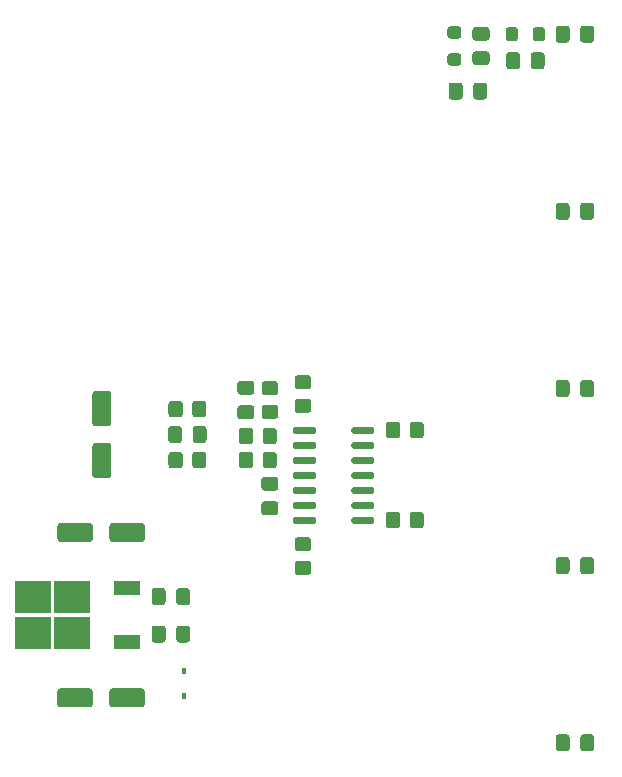
<source format=gtp>
G04 #@! TF.GenerationSoftware,KiCad,Pcbnew,5.1.8-5.1.8*
G04 #@! TF.CreationDate,2020-12-23T15:54:33+01:00*
G04 #@! TF.ProjectId,distribution-amp,64697374-7269-4627-9574-696f6e2d616d,rev?*
G04 #@! TF.SameCoordinates,PX67aef80PY8a2ffa0*
G04 #@! TF.FileFunction,Paste,Top*
G04 #@! TF.FilePolarity,Positive*
%FSLAX46Y46*%
G04 Gerber Fmt 4.6, Leading zero omitted, Abs format (unit mm)*
G04 Created by KiCad (PCBNEW 5.1.8-5.1.8) date 2020-12-23 15:54:33*
%MOMM*%
%LPD*%
G01*
G04 APERTURE LIST*
%ADD10R,0.450000X0.600000*%
%ADD11R,3.050000X2.750000*%
%ADD12R,2.200000X1.200000*%
G04 APERTURE END LIST*
G04 #@! TO.C,L2*
G36*
G01*
X40927900Y78375000D02*
X41628100Y78375000D01*
G75*
G02*
X41878000Y78125100I0J-249900D01*
G01*
X41878000Y77574900D01*
G75*
G02*
X41628100Y77325000I-249900J0D01*
G01*
X40927900Y77325000D01*
G75*
G02*
X40678000Y77574900I0J249900D01*
G01*
X40678000Y78125100D01*
G75*
G02*
X40927900Y78375000I249900J0D01*
G01*
G37*
G36*
G01*
X40927999Y80675000D02*
X41628001Y80675000D01*
G75*
G02*
X41878000Y80425001I0J-249999D01*
G01*
X41878000Y79874999D01*
G75*
G02*
X41628001Y79625000I-249999J0D01*
G01*
X40927999Y79625000D01*
G75*
G02*
X40678000Y79874999I0J249999D01*
G01*
X40678000Y80425001D01*
G75*
G02*
X40927999Y80675000I249999J0D01*
G01*
G37*
G04 #@! TD*
G04 #@! TO.C,L1*
G36*
G01*
X46661000Y80350001D02*
X46661000Y79649999D01*
G75*
G02*
X46411001Y79400000I-249999J0D01*
G01*
X45860999Y79400000D01*
G75*
G02*
X45611000Y79649999I0J249999D01*
G01*
X45611000Y80350001D01*
G75*
G02*
X45860999Y80600000I249999J0D01*
G01*
X46411001Y80600000D01*
G75*
G02*
X46661000Y80350001I0J-249999D01*
G01*
G37*
G36*
G01*
X48961000Y80350001D02*
X48961000Y79649999D01*
G75*
G02*
X48711001Y79400000I-249999J0D01*
G01*
X48160999Y79400000D01*
G75*
G02*
X47911000Y79649999I0J249999D01*
G01*
X47911000Y80350001D01*
G75*
G02*
X48160999Y80600000I249999J0D01*
G01*
X48711001Y80600000D01*
G75*
G02*
X48961000Y80350001I0J-249999D01*
G01*
G37*
G04 #@! TD*
G04 #@! TO.C,C8*
G36*
G01*
X11980000Y46801000D02*
X10880000Y46801000D01*
G75*
G02*
X10630000Y47051000I0J250000D01*
G01*
X10630000Y49551000D01*
G75*
G02*
X10880000Y49801000I250000J0D01*
G01*
X11980000Y49801000D01*
G75*
G02*
X12230000Y49551000I0J-250000D01*
G01*
X12230000Y47051000D01*
G75*
G02*
X11980000Y46801000I-250000J0D01*
G01*
G37*
G36*
G01*
X11980000Y42401000D02*
X10880000Y42401000D01*
G75*
G02*
X10630000Y42651000I0J250000D01*
G01*
X10630000Y45151000D01*
G75*
G02*
X10880000Y45401000I250000J0D01*
G01*
X11980000Y45401000D01*
G75*
G02*
X12230000Y45151000I0J-250000D01*
G01*
X12230000Y42651000D01*
G75*
G02*
X11980000Y42401000I-250000J0D01*
G01*
G37*
G04 #@! TD*
G04 #@! TO.C,C3*
G36*
G01*
X10660000Y38359000D02*
X10660000Y37259000D01*
G75*
G02*
X10410000Y37009000I-250000J0D01*
G01*
X7910000Y37009000D01*
G75*
G02*
X7660000Y37259000I0J250000D01*
G01*
X7660000Y38359000D01*
G75*
G02*
X7910000Y38609000I250000J0D01*
G01*
X10410000Y38609000D01*
G75*
G02*
X10660000Y38359000I0J-250000D01*
G01*
G37*
G36*
G01*
X15060000Y38359000D02*
X15060000Y37259000D01*
G75*
G02*
X14810000Y37009000I-250000J0D01*
G01*
X12310000Y37009000D01*
G75*
G02*
X12060000Y37259000I0J250000D01*
G01*
X12060000Y38359000D01*
G75*
G02*
X12310000Y38609000I250000J0D01*
G01*
X14810000Y38609000D01*
G75*
G02*
X15060000Y38359000I0J-250000D01*
G01*
G37*
G04 #@! TD*
G04 #@! TO.C,C2*
G36*
G01*
X10660000Y24359000D02*
X10660000Y23259000D01*
G75*
G02*
X10410000Y23009000I-250000J0D01*
G01*
X7910000Y23009000D01*
G75*
G02*
X7660000Y23259000I0J250000D01*
G01*
X7660000Y24359000D01*
G75*
G02*
X7910000Y24609000I250000J0D01*
G01*
X10410000Y24609000D01*
G75*
G02*
X10660000Y24359000I0J-250000D01*
G01*
G37*
G36*
G01*
X15060000Y24359000D02*
X15060000Y23259000D01*
G75*
G02*
X14810000Y23009000I-250000J0D01*
G01*
X12310000Y23009000D01*
G75*
G02*
X12060000Y23259000I0J250000D01*
G01*
X12060000Y24359000D01*
G75*
G02*
X12310000Y24609000I250000J0D01*
G01*
X14810000Y24609000D01*
G75*
G02*
X15060000Y24359000I0J-250000D01*
G01*
G37*
G04 #@! TD*
D10*
G04 #@! TO.C,D1*
X18415000Y23969000D03*
X18415000Y26069000D03*
G04 #@! TD*
G04 #@! TO.C,U2*
G36*
G01*
X32552000Y46294000D02*
X32552000Y46594000D01*
G75*
G02*
X32702000Y46744000I150000J0D01*
G01*
X34352000Y46744000D01*
G75*
G02*
X34502000Y46594000I0J-150000D01*
G01*
X34502000Y46294000D01*
G75*
G02*
X34352000Y46144000I-150000J0D01*
G01*
X32702000Y46144000D01*
G75*
G02*
X32552000Y46294000I0J150000D01*
G01*
G37*
G36*
G01*
X32552000Y45024000D02*
X32552000Y45324000D01*
G75*
G02*
X32702000Y45474000I150000J0D01*
G01*
X34352000Y45474000D01*
G75*
G02*
X34502000Y45324000I0J-150000D01*
G01*
X34502000Y45024000D01*
G75*
G02*
X34352000Y44874000I-150000J0D01*
G01*
X32702000Y44874000D01*
G75*
G02*
X32552000Y45024000I0J150000D01*
G01*
G37*
G36*
G01*
X32552000Y43754000D02*
X32552000Y44054000D01*
G75*
G02*
X32702000Y44204000I150000J0D01*
G01*
X34352000Y44204000D01*
G75*
G02*
X34502000Y44054000I0J-150000D01*
G01*
X34502000Y43754000D01*
G75*
G02*
X34352000Y43604000I-150000J0D01*
G01*
X32702000Y43604000D01*
G75*
G02*
X32552000Y43754000I0J150000D01*
G01*
G37*
G36*
G01*
X32552000Y42484000D02*
X32552000Y42784000D01*
G75*
G02*
X32702000Y42934000I150000J0D01*
G01*
X34352000Y42934000D01*
G75*
G02*
X34502000Y42784000I0J-150000D01*
G01*
X34502000Y42484000D01*
G75*
G02*
X34352000Y42334000I-150000J0D01*
G01*
X32702000Y42334000D01*
G75*
G02*
X32552000Y42484000I0J150000D01*
G01*
G37*
G36*
G01*
X32552000Y41214000D02*
X32552000Y41514000D01*
G75*
G02*
X32702000Y41664000I150000J0D01*
G01*
X34352000Y41664000D01*
G75*
G02*
X34502000Y41514000I0J-150000D01*
G01*
X34502000Y41214000D01*
G75*
G02*
X34352000Y41064000I-150000J0D01*
G01*
X32702000Y41064000D01*
G75*
G02*
X32552000Y41214000I0J150000D01*
G01*
G37*
G36*
G01*
X32552000Y39944000D02*
X32552000Y40244000D01*
G75*
G02*
X32702000Y40394000I150000J0D01*
G01*
X34352000Y40394000D01*
G75*
G02*
X34502000Y40244000I0J-150000D01*
G01*
X34502000Y39944000D01*
G75*
G02*
X34352000Y39794000I-150000J0D01*
G01*
X32702000Y39794000D01*
G75*
G02*
X32552000Y39944000I0J150000D01*
G01*
G37*
G36*
G01*
X32552000Y38674000D02*
X32552000Y38974000D01*
G75*
G02*
X32702000Y39124000I150000J0D01*
G01*
X34352000Y39124000D01*
G75*
G02*
X34502000Y38974000I0J-150000D01*
G01*
X34502000Y38674000D01*
G75*
G02*
X34352000Y38524000I-150000J0D01*
G01*
X32702000Y38524000D01*
G75*
G02*
X32552000Y38674000I0J150000D01*
G01*
G37*
G36*
G01*
X27602000Y38674000D02*
X27602000Y38974000D01*
G75*
G02*
X27752000Y39124000I150000J0D01*
G01*
X29402000Y39124000D01*
G75*
G02*
X29552000Y38974000I0J-150000D01*
G01*
X29552000Y38674000D01*
G75*
G02*
X29402000Y38524000I-150000J0D01*
G01*
X27752000Y38524000D01*
G75*
G02*
X27602000Y38674000I0J150000D01*
G01*
G37*
G36*
G01*
X27602000Y39944000D02*
X27602000Y40244000D01*
G75*
G02*
X27752000Y40394000I150000J0D01*
G01*
X29402000Y40394000D01*
G75*
G02*
X29552000Y40244000I0J-150000D01*
G01*
X29552000Y39944000D01*
G75*
G02*
X29402000Y39794000I-150000J0D01*
G01*
X27752000Y39794000D01*
G75*
G02*
X27602000Y39944000I0J150000D01*
G01*
G37*
G36*
G01*
X27602000Y41214000D02*
X27602000Y41514000D01*
G75*
G02*
X27752000Y41664000I150000J0D01*
G01*
X29402000Y41664000D01*
G75*
G02*
X29552000Y41514000I0J-150000D01*
G01*
X29552000Y41214000D01*
G75*
G02*
X29402000Y41064000I-150000J0D01*
G01*
X27752000Y41064000D01*
G75*
G02*
X27602000Y41214000I0J150000D01*
G01*
G37*
G36*
G01*
X27602000Y42484000D02*
X27602000Y42784000D01*
G75*
G02*
X27752000Y42934000I150000J0D01*
G01*
X29402000Y42934000D01*
G75*
G02*
X29552000Y42784000I0J-150000D01*
G01*
X29552000Y42484000D01*
G75*
G02*
X29402000Y42334000I-150000J0D01*
G01*
X27752000Y42334000D01*
G75*
G02*
X27602000Y42484000I0J150000D01*
G01*
G37*
G36*
G01*
X27602000Y43754000D02*
X27602000Y44054000D01*
G75*
G02*
X27752000Y44204000I150000J0D01*
G01*
X29402000Y44204000D01*
G75*
G02*
X29552000Y44054000I0J-150000D01*
G01*
X29552000Y43754000D01*
G75*
G02*
X29402000Y43604000I-150000J0D01*
G01*
X27752000Y43604000D01*
G75*
G02*
X27602000Y43754000I0J150000D01*
G01*
G37*
G36*
G01*
X27602000Y45024000D02*
X27602000Y45324000D01*
G75*
G02*
X27752000Y45474000I150000J0D01*
G01*
X29402000Y45474000D01*
G75*
G02*
X29552000Y45324000I0J-150000D01*
G01*
X29552000Y45024000D01*
G75*
G02*
X29402000Y44874000I-150000J0D01*
G01*
X27752000Y44874000D01*
G75*
G02*
X27602000Y45024000I0J150000D01*
G01*
G37*
G36*
G01*
X27602000Y46294000D02*
X27602000Y46594000D01*
G75*
G02*
X27752000Y46744000I150000J0D01*
G01*
X29402000Y46744000D01*
G75*
G02*
X29552000Y46594000I0J-150000D01*
G01*
X29552000Y46294000D01*
G75*
G02*
X29402000Y46144000I-150000J0D01*
G01*
X27752000Y46144000D01*
G75*
G02*
X27602000Y46294000I0J150000D01*
G01*
G37*
G04 #@! TD*
D11*
G04 #@! TO.C,U1*
X8935000Y32334000D03*
X5585000Y29284000D03*
X8935000Y29284000D03*
X5585000Y32334000D03*
D12*
X13560000Y33089000D03*
X13560000Y28529000D03*
G04 #@! TD*
G04 #@! TO.C,R9*
G36*
G01*
X36684000Y46932001D02*
X36684000Y46031999D01*
G75*
G02*
X36434001Y45782000I-249999J0D01*
G01*
X35733999Y45782000D01*
G75*
G02*
X35484000Y46031999I0J249999D01*
G01*
X35484000Y46932001D01*
G75*
G02*
X35733999Y47182000I249999J0D01*
G01*
X36434001Y47182000D01*
G75*
G02*
X36684000Y46932001I0J-249999D01*
G01*
G37*
G36*
G01*
X38684000Y46932400D02*
X38684000Y46031600D01*
G75*
G02*
X38434400Y45782000I-249600J0D01*
G01*
X37733600Y45782000D01*
G75*
G02*
X37484000Y46031600I0J249600D01*
G01*
X37484000Y46932400D01*
G75*
G02*
X37733600Y47182000I249600J0D01*
G01*
X38434400Y47182000D01*
G75*
G02*
X38684000Y46932400I0J-249600D01*
G01*
G37*
G04 #@! TD*
G04 #@! TO.C,R8*
G36*
G01*
X25038000Y45523999D02*
X25038000Y46424001D01*
G75*
G02*
X25287999Y46674000I249999J0D01*
G01*
X25988001Y46674000D01*
G75*
G02*
X26238000Y46424001I0J-249999D01*
G01*
X26238000Y45523999D01*
G75*
G02*
X25988001Y45274000I-249999J0D01*
G01*
X25287999Y45274000D01*
G75*
G02*
X25038000Y45523999I0J249999D01*
G01*
G37*
G36*
G01*
X23038000Y45523999D02*
X23038000Y46424001D01*
G75*
G02*
X23287999Y46674000I249999J0D01*
G01*
X23988001Y46674000D01*
G75*
G02*
X24238000Y46424001I0J-249999D01*
G01*
X24238000Y45523999D01*
G75*
G02*
X23988001Y45274000I-249999J0D01*
G01*
X23287999Y45274000D01*
G75*
G02*
X23038000Y45523999I0J249999D01*
G01*
G37*
G04 #@! TD*
G04 #@! TO.C,R7*
G36*
G01*
X25203999Y48622000D02*
X26104001Y48622000D01*
G75*
G02*
X26354000Y48372001I0J-249999D01*
G01*
X26354000Y47671999D01*
G75*
G02*
X26104001Y47422000I-249999J0D01*
G01*
X25203999Y47422000D01*
G75*
G02*
X24954000Y47671999I0J249999D01*
G01*
X24954000Y48372001D01*
G75*
G02*
X25203999Y48622000I249999J0D01*
G01*
G37*
G36*
G01*
X25203600Y50622000D02*
X26104400Y50622000D01*
G75*
G02*
X26354000Y50372400I0J-249600D01*
G01*
X26354000Y49671600D01*
G75*
G02*
X26104400Y49422000I-249600J0D01*
G01*
X25203600Y49422000D01*
G75*
G02*
X24954000Y49671600I0J249600D01*
G01*
X24954000Y50372400D01*
G75*
G02*
X25203600Y50622000I249600J0D01*
G01*
G37*
G04 #@! TD*
G04 #@! TO.C,R6*
G36*
G01*
X24238000Y44392001D02*
X24238000Y43491999D01*
G75*
G02*
X23988001Y43242000I-249999J0D01*
G01*
X23287999Y43242000D01*
G75*
G02*
X23038000Y43491999I0J249999D01*
G01*
X23038000Y44392001D01*
G75*
G02*
X23287999Y44642000I249999J0D01*
G01*
X23988001Y44642000D01*
G75*
G02*
X24238000Y44392001I0J-249999D01*
G01*
G37*
G36*
G01*
X26238000Y44392001D02*
X26238000Y43491999D01*
G75*
G02*
X25988001Y43242000I-249999J0D01*
G01*
X25287999Y43242000D01*
G75*
G02*
X25038000Y43491999I0J249999D01*
G01*
X25038000Y44392001D01*
G75*
G02*
X25287999Y44642000I249999J0D01*
G01*
X25988001Y44642000D01*
G75*
G02*
X26238000Y44392001I0J-249999D01*
G01*
G37*
G04 #@! TD*
G04 #@! TO.C,R5*
G36*
G01*
X36684000Y39312001D02*
X36684000Y38411999D01*
G75*
G02*
X36434001Y38162000I-249999J0D01*
G01*
X35733999Y38162000D01*
G75*
G02*
X35484000Y38411999I0J249999D01*
G01*
X35484000Y39312001D01*
G75*
G02*
X35733999Y39562000I249999J0D01*
G01*
X36434001Y39562000D01*
G75*
G02*
X36684000Y39312001I0J-249999D01*
G01*
G37*
G36*
G01*
X38684000Y39312400D02*
X38684000Y38411600D01*
G75*
G02*
X38434400Y38162000I-249600J0D01*
G01*
X37733600Y38162000D01*
G75*
G02*
X37484000Y38411600I0J249600D01*
G01*
X37484000Y39312400D01*
G75*
G02*
X37733600Y39562000I249600J0D01*
G01*
X38434400Y39562000D01*
G75*
G02*
X38684000Y39312400I0J-249600D01*
G01*
G37*
G04 #@! TD*
G04 #@! TO.C,R4*
G36*
G01*
X19069000Y43491999D02*
X19069000Y44392001D01*
G75*
G02*
X19318999Y44642000I249999J0D01*
G01*
X20019001Y44642000D01*
G75*
G02*
X20269000Y44392001I0J-249999D01*
G01*
X20269000Y43491999D01*
G75*
G02*
X20019001Y43242000I-249999J0D01*
G01*
X19318999Y43242000D01*
G75*
G02*
X19069000Y43491999I0J249999D01*
G01*
G37*
G36*
G01*
X17069000Y43491999D02*
X17069000Y44392001D01*
G75*
G02*
X17318999Y44642000I249999J0D01*
G01*
X18019001Y44642000D01*
G75*
G02*
X18269000Y44392001I0J-249999D01*
G01*
X18269000Y43491999D01*
G75*
G02*
X18019001Y43242000I-249999J0D01*
G01*
X17318999Y43242000D01*
G75*
G02*
X17069000Y43491999I0J249999D01*
G01*
G37*
G04 #@! TD*
G04 #@! TO.C,R3*
G36*
G01*
X28898001Y36214000D02*
X27997999Y36214000D01*
G75*
G02*
X27748000Y36463999I0J249999D01*
G01*
X27748000Y37164001D01*
G75*
G02*
X27997999Y37414000I249999J0D01*
G01*
X28898001Y37414000D01*
G75*
G02*
X29148000Y37164001I0J-249999D01*
G01*
X29148000Y36463999D01*
G75*
G02*
X28898001Y36214000I-249999J0D01*
G01*
G37*
G36*
G01*
X28898400Y34214000D02*
X27997600Y34214000D01*
G75*
G02*
X27748000Y34463600I0J249600D01*
G01*
X27748000Y35164400D01*
G75*
G02*
X27997600Y35414000I249600J0D01*
G01*
X28898400Y35414000D01*
G75*
G02*
X29148000Y35164400I0J-249600D01*
G01*
X29148000Y34463600D01*
G75*
G02*
X28898400Y34214000I-249600J0D01*
G01*
G37*
G04 #@! TD*
G04 #@! TO.C,R2*
G36*
G01*
X18269000Y48710001D02*
X18269000Y47809999D01*
G75*
G02*
X18019001Y47560000I-249999J0D01*
G01*
X17318999Y47560000D01*
G75*
G02*
X17069000Y47809999I0J249999D01*
G01*
X17069000Y48710001D01*
G75*
G02*
X17318999Y48960000I249999J0D01*
G01*
X18019001Y48960000D01*
G75*
G02*
X18269000Y48710001I0J-249999D01*
G01*
G37*
G36*
G01*
X20269000Y48710001D02*
X20269000Y47809999D01*
G75*
G02*
X20019001Y47560000I-249999J0D01*
G01*
X19318999Y47560000D01*
G75*
G02*
X19069000Y47809999I0J249999D01*
G01*
X19069000Y48710001D01*
G75*
G02*
X19318999Y48960000I249999J0D01*
G01*
X20019001Y48960000D01*
G75*
G02*
X20269000Y48710001I0J-249999D01*
G01*
G37*
G04 #@! TD*
G04 #@! TO.C,R1*
G36*
G01*
X27997999Y49130000D02*
X28898001Y49130000D01*
G75*
G02*
X29148000Y48880001I0J-249999D01*
G01*
X29148000Y48179999D01*
G75*
G02*
X28898001Y47930000I-249999J0D01*
G01*
X27997999Y47930000D01*
G75*
G02*
X27748000Y48179999I0J249999D01*
G01*
X27748000Y48880001D01*
G75*
G02*
X27997999Y49130000I249999J0D01*
G01*
G37*
G36*
G01*
X27997600Y51130000D02*
X28898400Y51130000D01*
G75*
G02*
X29148000Y50880400I0J-249600D01*
G01*
X29148000Y50179600D01*
G75*
G02*
X28898400Y49930000I-249600J0D01*
G01*
X27997600Y49930000D01*
G75*
G02*
X27748000Y50179600I0J249600D01*
G01*
X27748000Y50880400D01*
G75*
G02*
X27997600Y51130000I249600J0D01*
G01*
G37*
G04 #@! TD*
G04 #@! TO.C,C16*
G36*
G01*
X51030000Y50474725D02*
X51030000Y49525275D01*
G75*
G02*
X50779725Y49275000I-250275J0D01*
G01*
X50105275Y49275000D01*
G75*
G02*
X49855000Y49525275I0J250275D01*
G01*
X49855000Y50474725D01*
G75*
G02*
X50105275Y50725000I250275J0D01*
G01*
X50779725Y50725000D01*
G75*
G02*
X51030000Y50474725I0J-250275D01*
G01*
G37*
G36*
G01*
X53105000Y50474725D02*
X53105000Y49525275D01*
G75*
G02*
X52854725Y49275000I-250275J0D01*
G01*
X52180275Y49275000D01*
G75*
G02*
X51930000Y49525275I0J250275D01*
G01*
X51930000Y50474725D01*
G75*
G02*
X52180275Y50725000I250275J0D01*
G01*
X52854725Y50725000D01*
G75*
G02*
X53105000Y50474725I0J-250275D01*
G01*
G37*
G04 #@! TD*
G04 #@! TO.C,C15*
G36*
G01*
X41968000Y75658725D02*
X41968000Y74709275D01*
G75*
G02*
X41717725Y74459000I-250275J0D01*
G01*
X41043275Y74459000D01*
G75*
G02*
X40793000Y74709275I0J250275D01*
G01*
X40793000Y75658725D01*
G75*
G02*
X41043275Y75909000I250275J0D01*
G01*
X41717725Y75909000D01*
G75*
G02*
X41968000Y75658725I0J-250275D01*
G01*
G37*
G36*
G01*
X44043000Y75659000D02*
X44043000Y74709000D01*
G75*
G02*
X43793000Y74459000I-250000J0D01*
G01*
X43118000Y74459000D01*
G75*
G02*
X42868000Y74709000I0J250000D01*
G01*
X42868000Y75659000D01*
G75*
G02*
X43118000Y75909000I250000J0D01*
G01*
X43793000Y75909000D01*
G75*
G02*
X44043000Y75659000I0J-250000D01*
G01*
G37*
G04 #@! TD*
G04 #@! TO.C,C14*
G36*
G01*
X44003000Y79450000D02*
X43053000Y79450000D01*
G75*
G02*
X42803000Y79700000I0J250000D01*
G01*
X42803000Y80375000D01*
G75*
G02*
X43053000Y80625000I250000J0D01*
G01*
X44003000Y80625000D01*
G75*
G02*
X44253000Y80375000I0J-250000D01*
G01*
X44253000Y79700000D01*
G75*
G02*
X44003000Y79450000I-250000J0D01*
G01*
G37*
G36*
G01*
X44003000Y77375000D02*
X43053000Y77375000D01*
G75*
G02*
X42803000Y77625000I0J250000D01*
G01*
X42803000Y78300000D01*
G75*
G02*
X43053000Y78550000I250000J0D01*
G01*
X44003000Y78550000D01*
G75*
G02*
X44253000Y78300000I0J-250000D01*
G01*
X44253000Y77625000D01*
G75*
G02*
X44003000Y77375000I-250000J0D01*
G01*
G37*
G04 #@! TD*
G04 #@! TO.C,C13*
G36*
G01*
X47736000Y77275000D02*
X47736000Y78225000D01*
G75*
G02*
X47986000Y78475000I250000J0D01*
G01*
X48661000Y78475000D01*
G75*
G02*
X48911000Y78225000I0J-250000D01*
G01*
X48911000Y77275000D01*
G75*
G02*
X48661000Y77025000I-250000J0D01*
G01*
X47986000Y77025000D01*
G75*
G02*
X47736000Y77275000I0J250000D01*
G01*
G37*
G36*
G01*
X45661000Y77275000D02*
X45661000Y78225000D01*
G75*
G02*
X45911000Y78475000I250000J0D01*
G01*
X46586000Y78475000D01*
G75*
G02*
X46836000Y78225000I0J-250000D01*
G01*
X46836000Y77275000D01*
G75*
G02*
X46586000Y77025000I-250000J0D01*
G01*
X45911000Y77025000D01*
G75*
G02*
X45661000Y77275000I0J250000D01*
G01*
G37*
G04 #@! TD*
G04 #@! TO.C,C12*
G36*
G01*
X24096725Y49472000D02*
X23147275Y49472000D01*
G75*
G02*
X22897000Y49722275I0J250275D01*
G01*
X22897000Y50396725D01*
G75*
G02*
X23147275Y50647000I250275J0D01*
G01*
X24096725Y50647000D01*
G75*
G02*
X24347000Y50396725I0J-250275D01*
G01*
X24347000Y49722275D01*
G75*
G02*
X24096725Y49472000I-250275J0D01*
G01*
G37*
G36*
G01*
X24097000Y47397000D02*
X23147000Y47397000D01*
G75*
G02*
X22897000Y47647000I0J250000D01*
G01*
X22897000Y48322000D01*
G75*
G02*
X23147000Y48572000I250000J0D01*
G01*
X24097000Y48572000D01*
G75*
G02*
X24347000Y48322000I0J-250000D01*
G01*
X24347000Y47647000D01*
G75*
G02*
X24097000Y47397000I-250000J0D01*
G01*
G37*
G04 #@! TD*
G04 #@! TO.C,C11*
G36*
G01*
X51930000Y79525275D02*
X51930000Y80474725D01*
G75*
G02*
X52180275Y80725000I250275J0D01*
G01*
X52854725Y80725000D01*
G75*
G02*
X53105000Y80474725I0J-250275D01*
G01*
X53105000Y79525275D01*
G75*
G02*
X52854725Y79275000I-250275J0D01*
G01*
X52180275Y79275000D01*
G75*
G02*
X51930000Y79525275I0J250275D01*
G01*
G37*
G36*
G01*
X49855000Y79525000D02*
X49855000Y80475000D01*
G75*
G02*
X50105000Y80725000I250000J0D01*
G01*
X50780000Y80725000D01*
G75*
G02*
X51030000Y80475000I0J-250000D01*
G01*
X51030000Y79525000D01*
G75*
G02*
X50780000Y79275000I-250000J0D01*
G01*
X50105000Y79275000D01*
G75*
G02*
X49855000Y79525000I0J250000D01*
G01*
G37*
G04 #@! TD*
G04 #@! TO.C,C10*
G36*
G01*
X51030000Y35474725D02*
X51030000Y34525275D01*
G75*
G02*
X50779725Y34275000I-250275J0D01*
G01*
X50105275Y34275000D01*
G75*
G02*
X49855000Y34525275I0J250275D01*
G01*
X49855000Y35474725D01*
G75*
G02*
X50105275Y35725000I250275J0D01*
G01*
X50779725Y35725000D01*
G75*
G02*
X51030000Y35474725I0J-250275D01*
G01*
G37*
G36*
G01*
X53105000Y35474725D02*
X53105000Y34525275D01*
G75*
G02*
X52854725Y34275000I-250275J0D01*
G01*
X52180275Y34275000D01*
G75*
G02*
X51930000Y34525275I0J250275D01*
G01*
X51930000Y35474725D01*
G75*
G02*
X52180275Y35725000I250275J0D01*
G01*
X52854725Y35725000D01*
G75*
G02*
X53105000Y35474725I0J-250275D01*
G01*
G37*
G04 #@! TD*
G04 #@! TO.C,C9*
G36*
G01*
X18219000Y46576000D02*
X18219000Y45626000D01*
G75*
G02*
X17969000Y45376000I-250000J0D01*
G01*
X17294000Y45376000D01*
G75*
G02*
X17044000Y45626000I0J250000D01*
G01*
X17044000Y46576000D01*
G75*
G02*
X17294000Y46826000I250000J0D01*
G01*
X17969000Y46826000D01*
G75*
G02*
X18219000Y46576000I0J-250000D01*
G01*
G37*
G36*
G01*
X20294000Y46576000D02*
X20294000Y45626000D01*
G75*
G02*
X20044000Y45376000I-250000J0D01*
G01*
X19369000Y45376000D01*
G75*
G02*
X19119000Y45626000I0J250000D01*
G01*
X19119000Y46576000D01*
G75*
G02*
X19369000Y46826000I250000J0D01*
G01*
X20044000Y46826000D01*
G75*
G02*
X20294000Y46576000I0J-250000D01*
G01*
G37*
G04 #@! TD*
G04 #@! TO.C,C7*
G36*
G01*
X51030000Y20474725D02*
X51030000Y19525275D01*
G75*
G02*
X50779725Y19275000I-250275J0D01*
G01*
X50105275Y19275000D01*
G75*
G02*
X49855000Y19525275I0J250275D01*
G01*
X49855000Y20474725D01*
G75*
G02*
X50105275Y20725000I250275J0D01*
G01*
X50779725Y20725000D01*
G75*
G02*
X51030000Y20474725I0J-250275D01*
G01*
G37*
G36*
G01*
X53105000Y20474725D02*
X53105000Y19525275D01*
G75*
G02*
X52854725Y19275000I-250275J0D01*
G01*
X52180275Y19275000D01*
G75*
G02*
X51930000Y19525275I0J250275D01*
G01*
X51930000Y20474725D01*
G75*
G02*
X52180275Y20725000I250275J0D01*
G01*
X52854725Y20725000D01*
G75*
G02*
X53105000Y20474725I0J-250275D01*
G01*
G37*
G04 #@! TD*
G04 #@! TO.C,C6*
G36*
G01*
X51030000Y65474725D02*
X51030000Y64525275D01*
G75*
G02*
X50779725Y64275000I-250275J0D01*
G01*
X50105275Y64275000D01*
G75*
G02*
X49855000Y64525275I0J250275D01*
G01*
X49855000Y65474725D01*
G75*
G02*
X50105275Y65725000I250275J0D01*
G01*
X50779725Y65725000D01*
G75*
G02*
X51030000Y65474725I0J-250275D01*
G01*
G37*
G36*
G01*
X53105000Y65474725D02*
X53105000Y64525275D01*
G75*
G02*
X52854725Y64275000I-250275J0D01*
G01*
X52180275Y64275000D01*
G75*
G02*
X51930000Y64525275I0J250275D01*
G01*
X51930000Y65474725D01*
G75*
G02*
X52180275Y65725000I250275J0D01*
G01*
X52854725Y65725000D01*
G75*
G02*
X53105000Y65474725I0J-250275D01*
G01*
G37*
G04 #@! TD*
G04 #@! TO.C,C5*
G36*
G01*
X25179000Y40444000D02*
X26129000Y40444000D01*
G75*
G02*
X26379000Y40194000I0J-250000D01*
G01*
X26379000Y39519000D01*
G75*
G02*
X26129000Y39269000I-250000J0D01*
G01*
X25179000Y39269000D01*
G75*
G02*
X24929000Y39519000I0J250000D01*
G01*
X24929000Y40194000D01*
G75*
G02*
X25179000Y40444000I250000J0D01*
G01*
G37*
G36*
G01*
X25179000Y42519000D02*
X26129000Y42519000D01*
G75*
G02*
X26379000Y42269000I0J-250000D01*
G01*
X26379000Y41594000D01*
G75*
G02*
X26129000Y41344000I-250000J0D01*
G01*
X25179000Y41344000D01*
G75*
G02*
X24929000Y41594000I0J250000D01*
G01*
X24929000Y42269000D01*
G75*
G02*
X25179000Y42519000I250000J0D01*
G01*
G37*
G04 #@! TD*
G04 #@! TO.C,C4*
G36*
G01*
X17722000Y31910000D02*
X17722000Y32860000D01*
G75*
G02*
X17972000Y33110000I250000J0D01*
G01*
X18647000Y33110000D01*
G75*
G02*
X18897000Y32860000I0J-250000D01*
G01*
X18897000Y31910000D01*
G75*
G02*
X18647000Y31660000I-250000J0D01*
G01*
X17972000Y31660000D01*
G75*
G02*
X17722000Y31910000I0J250000D01*
G01*
G37*
G36*
G01*
X15647000Y31910000D02*
X15647000Y32860000D01*
G75*
G02*
X15897000Y33110000I250000J0D01*
G01*
X16572000Y33110000D01*
G75*
G02*
X16822000Y32860000I0J-250000D01*
G01*
X16822000Y31910000D01*
G75*
G02*
X16572000Y31660000I-250000J0D01*
G01*
X15897000Y31660000D01*
G75*
G02*
X15647000Y31910000I0J250000D01*
G01*
G37*
G04 #@! TD*
G04 #@! TO.C,C1*
G36*
G01*
X17722000Y28735000D02*
X17722000Y29685000D01*
G75*
G02*
X17972000Y29935000I250000J0D01*
G01*
X18647000Y29935000D01*
G75*
G02*
X18897000Y29685000I0J-250000D01*
G01*
X18897000Y28735000D01*
G75*
G02*
X18647000Y28485000I-250000J0D01*
G01*
X17972000Y28485000D01*
G75*
G02*
X17722000Y28735000I0J250000D01*
G01*
G37*
G36*
G01*
X15647000Y28735000D02*
X15647000Y29685000D01*
G75*
G02*
X15897000Y29935000I250000J0D01*
G01*
X16572000Y29935000D01*
G75*
G02*
X16822000Y29685000I0J-250000D01*
G01*
X16822000Y28735000D01*
G75*
G02*
X16572000Y28485000I-250000J0D01*
G01*
X15897000Y28485000D01*
G75*
G02*
X15647000Y28735000I0J250000D01*
G01*
G37*
G04 #@! TD*
M02*

</source>
